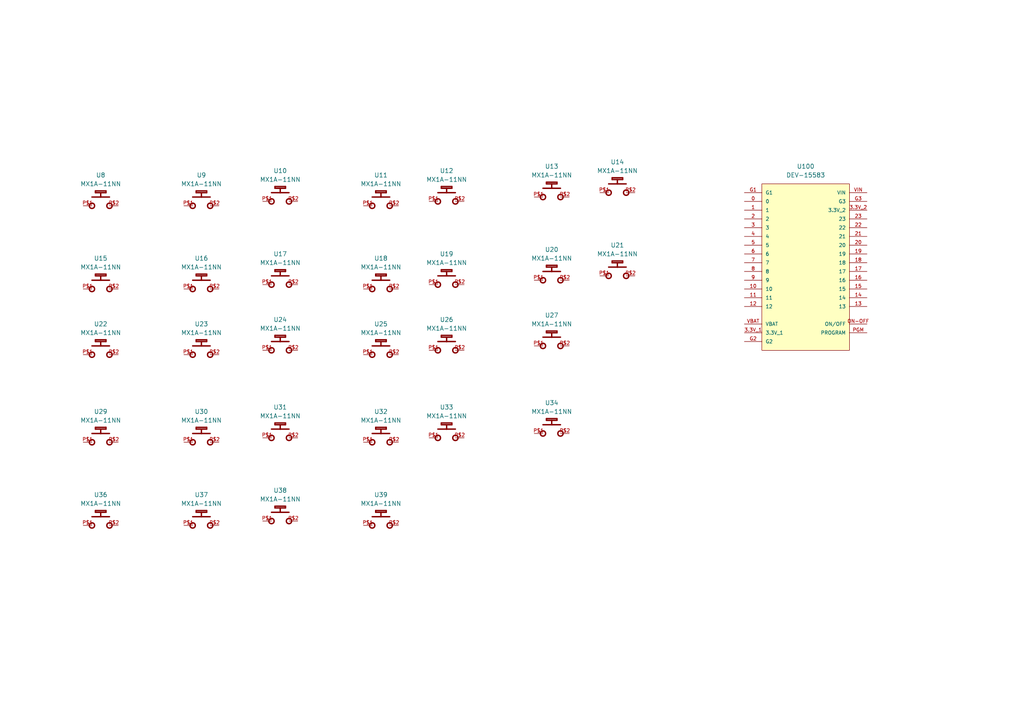
<source format=kicad_sch>
(kicad_sch (version 20231120) (generator "eeschema") (generator_version "8.0")
  (paper "A4")
  (lib_symbols
    (symbol "pedrolib:DEV-15583" (pin_names (offset 1.016))
      (property "Reference" "U" (at -12.7 23.622 0))
      (property "Value" "DEV-15583" (at -12.7 -27.94 0))
      (symbol "DEV-15583_0_0"
        (rectangle (start -12.7 -25.4) (end 12.7 22.86) (stroke (width 0.1524)) (fill (type background)))
        (pin bidirectional line (at -17.78 17.78 0) (length 5.08) (name "0") (number "0"))
        (pin bidirectional line (at -17.78 15.24 0) (length 5.08) (name "1") (number "1"))
        (pin bidirectional line (at -17.78 -7.62 0) (length 5.08) (name "10") (number "10"))
        (pin bidirectional line (at -17.78 -10.16 0) (length 5.08) (name "11") (number "11"))
        (pin bidirectional line (at -17.78 -12.7 0) (length 5.08) (name "12") (number "12"))
        (pin bidirectional line (at 17.78 -12.7 180) (length 5.08) (name "13") (number "13"))
        (pin bidirectional line (at 17.78 -10.16 180) (length 5.08) (name "14") (number "14"))
        (pin bidirectional line (at 17.78 -7.62 180) (length 5.08) (name "15") (number "15"))
        (pin bidirectional line (at 17.78 -5.08 180) (length 5.08) (name "16") (number "16"))
        (pin bidirectional line (at 17.78 -2.54 180) (length 5.08) (name "17") (number "17"))
        (pin bidirectional line (at 17.78 0 180) (length 5.08) (name "18") (number "18"))
        (pin bidirectional line (at 17.78 2.54 180) (length 5.08) (name "19") (number "19"))
        (pin bidirectional line (at -17.78 12.7 0) (length 5.08) (name "2") (number "2"))
        (pin bidirectional line (at 17.78 5.08 180) (length 5.08) (name "20") (number "20"))
        (pin bidirectional line (at 17.78 7.62 180) (length 5.08) (name "21") (number "21"))
        (pin bidirectional line (at 17.78 10.16 180) (length 5.08) (name "22") (number "22"))
        (pin bidirectional line (at 17.78 12.7 180) (length 5.08) (name "23") (number "23"))
        (pin bidirectional line (at -17.78 10.16 0) (length 5.08) (name "3") (number "3"))
        (pin power_in line (at -17.78 -20.32 0) (length 5.08) (name "3.3V_1") (number "3.3V_1"))
        (pin power_in line (at 17.78 15.24 180) (length 5.08) (name "3.3V_2") (number "3.3V_2"))
        (pin bidirectional line (at -17.78 7.62 0) (length 5.08) (name "4") (number "4"))
        (pin bidirectional line (at -17.78 5.08 0) (length 5.08) (name "5") (number "5"))
        (pin bidirectional line (at -17.78 2.54 0) (length 5.08) (name "6") (number "6"))
        (pin bidirectional line (at -17.78 0 0) (length 5.08) (name "7") (number "7"))
        (pin bidirectional line (at -17.78 -2.54 0) (length 5.08) (name "8") (number "8"))
        (pin bidirectional line (at -17.78 -5.08 0) (length 5.08) (name "9") (number "9"))
        (pin power_in line (at -17.78 20.32 0) (length 5.08) (name "G1") (number "G1"))
        (pin power_in line (at -17.78 -22.86 0) (length 5.08) (name "G2") (number "G2"))
        (pin power_in line (at 17.78 17.78 180) (length 5.08) (name "G3") (number "G3"))
        (pin bidirectional line (at 17.78 -17.78 180) (length 5.08) (name "ON/OFF") (number "ON-OFF"))
        (pin bidirectional line (at 17.78 -20.32 180) (length 5.08) (name "PROGRAM") (number "PGM"))
        (pin power_in line (at -17.78 -17.78 0) (length 5.08) (name "VBAT") (number "VBAT"))
        (pin power_in line (at 17.78 20.32 180) (length 5.08) (name "VIN") (number "VIN"))
      )
    )
    (symbol "pedrolib:MX1A-11NN" (pin_names (offset 1.016))
      (property "Reference" "U" (at -4.445 -3.81 0))
      (property "Value" "MX1A-11NN" (at 0 0 0))
      (symbol "MX1A-11NN_0_0"
        (circle (center -2.54 0) (radius 0.762) (stroke (width 0.4064)))
        (polyline (pts (xy -2.54 2.54) (xy 0 2.54)) (stroke (width 0.4064)))
        (polyline (pts (xy -1.524 3.81) (xy -1.524 4.318)) (stroke (width 0.4064)))
        (polyline (pts (xy -1.524 4.318) (xy 1.524 4.318)) (stroke (width 0.4064)))
        (polyline (pts (xy 0 2.54) (xy 0 3.81)) (stroke (width 0.4064)))
        (polyline (pts (xy 0 3.81) (xy -1.524 3.81)) (stroke (width 0.4064)))
        (polyline (pts (xy 1.524 3.81) (xy 0.254 3.81)) (stroke (width 0.4064)))
        (polyline (pts (xy 1.524 4.318) (xy 1.524 3.81)) (stroke (width 0.4064)))
        (polyline (pts (xy 2.54 2.54) (xy 0 2.54)) (stroke (width 0.4064)))
        (circle (center 2.54 0) (radius 0.762) (stroke (width 0.4064)))
        (pin passive line (at -5.08 0 0) (length 2.54) (name "~") (number "P$1"))
        (pin passive line (at 5.08 0 180) (length 2.54) (name "~") (number "P$2"))
      )
    )
  )
  (symbol (lib_id "pedrolib:MX1A-11NN") (at 160.02 100.33 0) (unit 1)
    (property "Reference" "U27" (at 160.02 91.44 0))
    (property "Value" "MX1A-11NN" (at 160.02 93.98 0))
    (property "Footprint" "pedrolib:CHERRY_MX1A-11NN_SWITCH" (effects (hide yes)))
    (property "MF" "Cherry" (effects (hide yes)))
    (property "Description_1" "\nSwitch,Key,SPST-NO,Keyboard,Low Profile,10mA,12VDC,Face Place Mount,Std Force | Cherry Americas MX1A-11NN\n" (effects (hide yes)))
    (property "Package" "None" (effects (hide yes)))
    (property "Price" "None" (effects (hide yes)))
    (property "SnapEDA_Link" "https://www.snapeda.com/parts/MX1A-11NN/Cherry/view-part/?ref=snap" (effects (hide yes)))
    (property "MP" "MX1A-11NN" (effects (hide yes)))
    (property "Purchase-URL" "https://www.snapeda.com/api/url_track_click_mouser/?unipart_id=283337&manufacturer=Cherry&part_name=MX1A-11NN&search_term=cherry mx" (effects (hide yes)))
    (property "Availability" "In Stock" (effects (hide yes)))
    (property "Check_prices" "https://www.snapeda.com/parts/MX1A-11NN/Cherry/view-part/?ref=eda" (effects (hide yes)))
  )
  (symbol (lib_id "pedrolib:MX1A-11NN") (at 110.49 83.82 0) (unit 1)
    (property "Reference" "U18" (at 110.49 74.93 0))
    (property "Value" "MX1A-11NN" (at 110.49 77.47 0))
    (property "Footprint" "pedrolib:CHERRY_MX1A-11NN_SWITCH" (effects (hide yes)))
    (property "MF" "Cherry" (effects (hide yes)))
    (property "Description_1" "\nSwitch,Key,SPST-NO,Keyboard,Low Profile,10mA,12VDC,Face Place Mount,Std Force | Cherry Americas MX1A-11NN\n" (effects (hide yes)))
    (property "Package" "None" (effects (hide yes)))
    (property "Price" "None" (effects (hide yes)))
    (property "SnapEDA_Link" "https://www.snapeda.com/parts/MX1A-11NN/Cherry/view-part/?ref=snap" (effects (hide yes)))
    (property "MP" "MX1A-11NN" (effects (hide yes)))
    (property "Purchase-URL" "https://www.snapeda.com/api/url_track_click_mouser/?unipart_id=283337&manufacturer=Cherry&part_name=MX1A-11NN&search_term=cherry mx" (effects (hide yes)))
    (property "Availability" "In Stock" (effects (hide yes)))
    (property "Check_prices" "https://www.snapeda.com/parts/MX1A-11NN/Cherry/view-part/?ref=eda" (effects (hide yes)))
  )
  (symbol (lib_id "pedrolib:MX1A-11NN") (at 81.28 151.13 0) (unit 1)
    (property "Reference" "U38" (at 81.28 142.24 0))
    (property "Value" "MX1A-11NN" (at 81.28 144.78 0))
    (property "Footprint" "pedrolib:CHERRY_MX1A-11NN_SWITCH" (effects (hide yes)))
    (property "MF" "Cherry" (effects (hide yes)))
    (property "Description_1" "\nSwitch,Key,SPST-NO,Keyboard,Low Profile,10mA,12VDC,Face Place Mount,Std Force | Cherry Americas MX1A-11NN\n" (effects (hide yes)))
    (property "Package" "None" (effects (hide yes)))
    (property "Price" "None" (effects (hide yes)))
    (property "SnapEDA_Link" "https://www.snapeda.com/parts/MX1A-11NN/Cherry/view-part/?ref=snap" (effects (hide yes)))
    (property "MP" "MX1A-11NN" (effects (hide yes)))
    (property "Purchase-URL" "https://www.snapeda.com/api/url_track_click_mouser/?unipart_id=283337&manufacturer=Cherry&part_name=MX1A-11NN&search_term=cherry mx" (effects (hide yes)))
    (property "Availability" "In Stock" (effects (hide yes)))
    (property "Check_prices" "https://www.snapeda.com/parts/MX1A-11NN/Cherry/view-part/?ref=eda" (effects (hide yes)))
  )
  (symbol (lib_id "pedrolib:MX1A-11NN") (at 29.21 128.27 0) (unit 1)
    (property "Reference" "U29" (at 29.21 119.38 0))
    (property "Value" "MX1A-11NN" (at 29.21 121.92 0))
    (property "Footprint" "pedrolib:CHERRY_MX1A-11NN_SWITCH" (effects (hide yes)))
    (property "MF" "Cherry" (effects (hide yes)))
    (property "Description_1" "\nSwitch,Key,SPST-NO,Keyboard,Low Profile,10mA,12VDC,Face Place Mount,Std Force | Cherry Americas MX1A-11NN\n" (effects (hide yes)))
    (property "Package" "None" (effects (hide yes)))
    (property "Price" "None" (effects (hide yes)))
    (property "SnapEDA_Link" "https://www.snapeda.com/parts/MX1A-11NN/Cherry/view-part/?ref=snap" (effects (hide yes)))
    (property "MP" "MX1A-11NN" (effects (hide yes)))
    (property "Purchase-URL" "https://www.snapeda.com/api/url_track_click_mouser/?unipart_id=283337&manufacturer=Cherry&part_name=MX1A-11NN&search_term=cherry mx" (effects (hide yes)))
    (property "Availability" "In Stock" (effects (hide yes)))
    (property "Check_prices" "https://www.snapeda.com/parts/MX1A-11NN/Cherry/view-part/?ref=eda" (effects (hide yes)))
  )
  (symbol (lib_id "pedrolib:MX1A-11NN") (at 58.42 128.27 0) (unit 1)
    (property "Reference" "U30" (at 58.42 119.38 0))
    (property "Value" "MX1A-11NN" (at 58.42 121.92 0))
    (property "Footprint" "pedrolib:CHERRY_MX1A-11NN_SWITCH" (effects (hide yes)))
    (property "MF" "Cherry" (effects (hide yes)))
    (property "Description_1" "\nSwitch,Key,SPST-NO,Keyboard,Low Profile,10mA,12VDC,Face Place Mount,Std Force | Cherry Americas MX1A-11NN\n" (effects (hide yes)))
    (property "Package" "None" (effects (hide yes)))
    (property "Price" "None" (effects (hide yes)))
    (property "SnapEDA_Link" "https://www.snapeda.com/parts/MX1A-11NN/Cherry/view-part/?ref=snap" (effects (hide yes)))
    (property "MP" "MX1A-11NN" (effects (hide yes)))
    (property "Purchase-URL" "https://www.snapeda.com/api/url_track_click_mouser/?unipart_id=283337&manufacturer=Cherry&part_name=MX1A-11NN&search_term=cherry mx" (effects (hide yes)))
    (property "Availability" "In Stock" (effects (hide yes)))
    (property "Check_prices" "https://www.snapeda.com/parts/MX1A-11NN/Cherry/view-part/?ref=eda" (effects (hide yes)))
  )
  (symbol (lib_id "pedrolib:MX1A-11NN") (at 160.02 57.15 0) (unit 1)
    (property "Reference" "U13" (at 160.02 48.26 0))
    (property "Value" "MX1A-11NN" (at 160.02 50.8 0))
    (property "Footprint" "pedrolib:CHERRY_MX1A-11NN_SWITCH" (effects (hide yes)))
    (property "MF" "Cherry" (effects (hide yes)))
    (property "Description_1" "\nSwitch,Key,SPST-NO,Keyboard,Low Profile,10mA,12VDC,Face Place Mount,Std Force | Cherry Americas MX1A-11NN\n" (effects (hide yes)))
    (property "Package" "None" (effects (hide yes)))
    (property "Price" "None" (effects (hide yes)))
    (property "SnapEDA_Link" "https://www.snapeda.com/parts/MX1A-11NN/Cherry/view-part/?ref=snap" (effects (hide yes)))
    (property "MP" "MX1A-11NN" (effects (hide yes)))
    (property "Purchase-URL" "https://www.snapeda.com/api/url_track_click_mouser/?unipart_id=283337&manufacturer=Cherry&part_name=MX1A-11NN&search_term=cherry mx" (effects (hide yes)))
    (property "Availability" "In Stock" (effects (hide yes)))
    (property "Check_prices" "https://www.snapeda.com/parts/MX1A-11NN/Cherry/view-part/?ref=eda" (effects (hide yes)))
  )
  (symbol (lib_id "pedrolib:MX1A-11NN") (at 58.42 102.87 0) (unit 1)
    (property "Reference" "U23" (at 58.42 93.98 0))
    (property "Value" "MX1A-11NN" (at 58.42 96.52 0))
    (property "Footprint" "pedrolib:CHERRY_MX1A-11NN_SWITCH" (effects (hide yes)))
    (property "MF" "Cherry" (effects (hide yes)))
    (property "Description_1" "\nSwitch,Key,SPST-NO,Keyboard,Low Profile,10mA,12VDC,Face Place Mount,Std Force | Cherry Americas MX1A-11NN\n" (effects (hide yes)))
    (property "Package" "None" (effects (hide yes)))
    (property "Price" "None" (effects (hide yes)))
    (property "SnapEDA_Link" "https://www.snapeda.com/parts/MX1A-11NN/Cherry/view-part/?ref=snap" (effects (hide yes)))
    (property "MP" "MX1A-11NN" (effects (hide yes)))
    (property "Purchase-URL" "https://www.snapeda.com/api/url_track_click_mouser/?unipart_id=283337&manufacturer=Cherry&part_name=MX1A-11NN&search_term=cherry mx" (effects (hide yes)))
    (property "Availability" "In Stock" (effects (hide yes)))
    (property "Check_prices" "https://www.snapeda.com/parts/MX1A-11NN/Cherry/view-part/?ref=eda" (effects (hide yes)))
  )
  (symbol (lib_id "pedrolib:MX1A-11NN") (at 179.07 55.88 0) (unit 1)
    (property "Reference" "U14" (at 179.07 46.99 0))
    (property "Value" "MX1A-11NN" (at 179.07 49.53 0))
    (property "Footprint" "pedrolib:CHERRY_MX1A-11NN_SWITCH" (effects (hide yes)))
    (property "MF" "Cherry" (effects (hide yes)))
    (property "Description_1" "\nSwitch,Key,SPST-NO,Keyboard,Low Profile,10mA,12VDC,Face Place Mount,Std Force | Cherry Americas MX1A-11NN\n" (effects (hide yes)))
    (property "Package" "None" (effects (hide yes)))
    (property "Price" "None" (effects (hide yes)))
    (property "SnapEDA_Link" "https://www.snapeda.com/parts/MX1A-11NN/Cherry/view-part/?ref=snap" (effects (hide yes)))
    (property "MP" "MX1A-11NN" (effects (hide yes)))
    (property "Purchase-URL" "https://www.snapeda.com/api/url_track_click_mouser/?unipart_id=283337&manufacturer=Cherry&part_name=MX1A-11NN&search_term=cherry mx" (effects (hide yes)))
    (property "Availability" "In Stock" (effects (hide yes)))
    (property "Check_prices" "https://www.snapeda.com/parts/MX1A-11NN/Cherry/view-part/?ref=eda" (effects (hide yes)))
  )
  (symbol (lib_id "pedrolib:MX1A-11NN") (at 160.02 81.28 0) (unit 1)
    (property "Reference" "U20" (at 160.02 72.39 0))
    (property "Value" "MX1A-11NN" (at 160.02 74.93 0))
    (property "Footprint" "pedrolib:CHERRY_MX1A-11NN_SWITCH" (effects (hide yes)))
    (property "MF" "Cherry" (effects (hide yes)))
    (property "Description_1" "\nSwitch,Key,SPST-NO,Keyboard,Low Profile,10mA,12VDC,Face Place Mount,Std Force | Cherry Americas MX1A-11NN\n" (effects (hide yes)))
    (property "Package" "None" (effects (hide yes)))
    (property "Price" "None" (effects (hide yes)))
    (property "SnapEDA_Link" "https://www.snapeda.com/parts/MX1A-11NN/Cherry/view-part/?ref=snap" (effects (hide yes)))
    (property "MP" "MX1A-11NN" (effects (hide yes)))
    (property "Purchase-URL" "https://www.snapeda.com/api/url_track_click_mouser/?unipart_id=283337&manufacturer=Cherry&part_name=MX1A-11NN&search_term=cherry mx" (effects (hide yes)))
    (property "Availability" "In Stock" (effects (hide yes)))
    (property "Check_prices" "https://www.snapeda.com/parts/MX1A-11NN/Cherry/view-part/?ref=eda" (effects (hide yes)))
  )
  (symbol (lib_id "pedrolib:MX1A-11NN") (at 29.21 59.69 0) (unit 1)
    (property "Reference" "U8" (at 29.21 50.8 0))
    (property "Value" "MX1A-11NN" (at 29.21 53.34 0))
    (property "Footprint" "pedrolib:CHERRY_MX1A-11NN_SWITCH" (effects (hide yes)))
    (property "MF" "Cherry" (effects (hide yes)))
    (property "Description_1" "\nSwitch,Key,SPST-NO,Keyboard,Low Profile,10mA,12VDC,Face Place Mount,Std Force | Cherry Americas MX1A-11NN\n" (effects (hide yes)))
    (property "Package" "None" (effects (hide yes)))
    (property "Price" "None" (effects (hide yes)))
    (property "SnapEDA_Link" "https://www.snapeda.com/parts/MX1A-11NN/Cherry/view-part/?ref=snap" (effects (hide yes)))
    (property "MP" "MX1A-11NN" (effects (hide yes)))
    (property "Purchase-URL" "https://www.snapeda.com/api/url_track_click_mouser/?unipart_id=283337&manufacturer=Cherry&part_name=MX1A-11NN&search_term=cherry mx" (effects (hide yes)))
    (property "Availability" "In Stock" (effects (hide yes)))
    (property "Check_prices" "https://www.snapeda.com/parts/MX1A-11NN/Cherry/view-part/?ref=eda" (effects (hide yes)))
  )
  (symbol (lib_id "pedrolib:MX1A-11NN") (at 29.21 102.87 0) (unit 1)
    (property "Reference" "U22" (at 29.21 93.98 0))
    (property "Value" "MX1A-11NN" (at 29.21 96.52 0))
    (property "Footprint" "pedrolib:CHERRY_MX1A-11NN_SWITCH" (effects (hide yes)))
    (property "MF" "Cherry" (effects (hide yes)))
    (property "Description_1" "\nSwitch,Key,SPST-NO,Keyboard,Low Profile,10mA,12VDC,Face Place Mount,Std Force | Cherry Americas MX1A-11NN\n" (effects (hide yes)))
    (property "Package" "None" (effects (hide yes)))
    (property "Price" "None" (effects (hide yes)))
    (property "SnapEDA_Link" "https://www.snapeda.com/parts/MX1A-11NN/Cherry/view-part/?ref=snap" (effects (hide yes)))
    (property "MP" "MX1A-11NN" (effects (hide yes)))
    (property "Purchase-URL" "https://www.snapeda.com/api/url_track_click_mouser/?unipart_id=283337&manufacturer=Cherry&part_name=MX1A-11NN&search_term=cherry mx" (effects (hide yes)))
    (property "Availability" "In Stock" (effects (hide yes)))
    (property "Check_prices" "https://www.snapeda.com/parts/MX1A-11NN/Cherry/view-part/?ref=eda" (effects (hide yes)))
  )
  (symbol (lib_id "pedrolib:MX1A-11NN") (at 129.54 127 0) (unit 1)
    (property "Reference" "U33" (at 129.54 118.11 0))
    (property "Value" "MX1A-11NN" (at 129.54 120.65 0))
    (property "Footprint" "pedrolib:CHERRY_MX1A-11NN_SWITCH" (effects (hide yes)))
    (property "MF" "Cherry" (effects (hide yes)))
    (property "Description_1" "\nSwitch,Key,SPST-NO,Keyboard,Low Profile,10mA,12VDC,Face Place Mount,Std Force | Cherry Americas MX1A-11NN\n" (effects (hide yes)))
    (property "Package" "None" (effects (hide yes)))
    (property "Price" "None" (effects (hide yes)))
    (property "SnapEDA_Link" "https://www.snapeda.com/parts/MX1A-11NN/Cherry/view-part/?ref=snap" (effects (hide yes)))
    (property "MP" "MX1A-11NN" (effects (hide yes)))
    (property "Purchase-URL" "https://www.snapeda.com/api/url_track_click_mouser/?unipart_id=283337&manufacturer=Cherry&part_name=MX1A-11NN&search_term=cherry mx" (effects (hide yes)))
    (property "Availability" "In Stock" (effects (hide yes)))
    (property "Check_prices" "https://www.snapeda.com/parts/MX1A-11NN/Cherry/view-part/?ref=eda" (effects (hide yes)))
  )
  (symbol (lib_id "pedrolib:MX1A-11NN") (at 81.28 82.55 0) (unit 1)
    (property "Reference" "U17" (at 81.28 73.66 0))
    (property "Value" "MX1A-11NN" (at 81.28 76.2 0))
    (property "Footprint" "pedrolib:CHERRY_MX1A-11NN_SWITCH" (effects (hide yes)))
    (property "MF" "Cherry" (effects (hide yes)))
    (property "Description_1" "\nSwitch,Key,SPST-NO,Keyboard,Low Profile,10mA,12VDC,Face Place Mount,Std Force | Cherry Americas MX1A-11NN\n" (effects (hide yes)))
    (property "Package" "None" (effects (hide yes)))
    (property "Price" "None" (effects (hide yes)))
    (property "SnapEDA_Link" "https://www.snapeda.com/parts/MX1A-11NN/Cherry/view-part/?ref=snap" (effects (hide yes)))
    (property "MP" "MX1A-11NN" (effects (hide yes)))
    (property "Purchase-URL" "https://www.snapeda.com/api/url_track_click_mouser/?unipart_id=283337&manufacturer=Cherry&part_name=MX1A-11NN&search_term=cherry mx" (effects (hide yes)))
    (property "Availability" "In Stock" (effects (hide yes)))
    (property "Check_prices" "https://www.snapeda.com/parts/MX1A-11NN/Cherry/view-part/?ref=eda" (effects (hide yes)))
  )
  (symbol (lib_id "pedrolib:MX1A-11NN") (at 129.54 82.55 0) (unit 1)
    (property "Reference" "U19" (at 129.54 73.66 0))
    (property "Value" "MX1A-11NN" (at 129.54 76.2 0))
    (property "Footprint" "pedrolib:CHERRY_MX1A-11NN_SWITCH" (effects (hide yes)))
    (property "MF" "Cherry" (effects (hide yes)))
    (property "Description_1" "\nSwitch,Key,SPST-NO,Keyboard,Low Profile,10mA,12VDC,Face Place Mount,Std Force | Cherry Americas MX1A-11NN\n" (effects (hide yes)))
    (property "Package" "None" (effects (hide yes)))
    (property "Price" "None" (effects (hide yes)))
    (property "SnapEDA_Link" "https://www.snapeda.com/parts/MX1A-11NN/Cherry/view-part/?ref=snap" (effects (hide yes)))
    (property "MP" "MX1A-11NN" (effects (hide yes)))
    (property "Purchase-URL" "https://www.snapeda.com/api/url_track_click_mouser/?unipart_id=283337&manufacturer=Cherry&part_name=MX1A-11NN&search_term=cherry mx" (effects (hide yes)))
    (property "Availability" "In Stock" (effects (hide yes)))
    (property "Check_prices" "https://www.snapeda.com/parts/MX1A-11NN/Cherry/view-part/?ref=eda" (effects (hide yes)))
  )
  (symbol (lib_id "pedrolib:MX1A-11NN") (at 29.21 152.4 0) (unit 1)
    (property "Reference" "U36" (at 29.21 143.51 0))
    (property "Value" "MX1A-11NN" (at 29.21 146.05 0))
    (property "Footprint" "pedrolib:CHERRY_MX1A-11NN_SWITCH" (effects (hide yes)))
    (property "MF" "Cherry" (effects (hide yes)))
    (property "Description_1" "\nSwitch,Key,SPST-NO,Keyboard,Low Profile,10mA,12VDC,Face Place Mount,Std Force | Cherry Americas MX1A-11NN\n" (effects (hide yes)))
    (property "Package" "None" (effects (hide yes)))
    (property "Price" "None" (effects (hide yes)))
    (property "SnapEDA_Link" "https://www.snapeda.com/parts/MX1A-11NN/Cherry/view-part/?ref=snap" (effects (hide yes)))
    (property "MP" "MX1A-11NN" (effects (hide yes)))
    (property "Purchase-URL" "https://www.snapeda.com/api/url_track_click_mouser/?unipart_id=283337&manufacturer=Cherry&part_name=MX1A-11NN&search_term=cherry mx" (effects (hide yes)))
    (property "Availability" "In Stock" (effects (hide yes)))
    (property "Check_prices" "https://www.snapeda.com/parts/MX1A-11NN/Cherry/view-part/?ref=eda" (effects (hide yes)))
  )
  (symbol (lib_id "pedrolib:MX1A-11NN") (at 160.02 125.73 0) (unit 1)
    (property "Reference" "U34" (at 160.02 116.84 0))
    (property "Value" "MX1A-11NN" (at 160.02 119.38 0))
    (property "Footprint" "pedrolib:CHERRY_MX1A-11NN_SWITCH" (effects (hide yes)))
    (property "MF" "Cherry" (effects (hide yes)))
    (property "Description_1" "\nSwitch,Key,SPST-NO,Keyboard,Low Profile,10mA,12VDC,Face Place Mount,Std Force | Cherry Americas MX1A-11NN\n" (effects (hide yes)))
    (property "Package" "None" (effects (hide yes)))
    (property "Price" "None" (effects (hide yes)))
    (property "SnapEDA_Link" "https://www.snapeda.com/parts/MX1A-11NN/Cherry/view-part/?ref=snap" (effects (hide yes)))
    (property "MP" "MX1A-11NN" (effects (hide yes)))
    (property "Purchase-URL" "https://www.snapeda.com/api/url_track_click_mouser/?unipart_id=283337&manufacturer=Cherry&part_name=MX1A-11NN&search_term=cherry mx" (effects (hide yes)))
    (property "Availability" "In Stock" (effects (hide yes)))
    (property "Check_prices" "https://www.snapeda.com/parts/MX1A-11NN/Cherry/view-part/?ref=eda" (effects (hide yes)))
  )
  (symbol (lib_id "pedrolib:MX1A-11NN") (at 29.21 83.82 0) (unit 1)
    (property "Reference" "U15" (at 29.21 74.93 0))
    (property "Value" "MX1A-11NN" (at 29.21 77.47 0))
    (property "Footprint" "pedrolib:CHERRY_MX1A-11NN_SWITCH" (effects (hide yes)))
    (property "MF" "Cherry" (effects (hide yes)))
    (property "Description_1" "\nSwitch,Key,SPST-NO,Keyboard,Low Profile,10mA,12VDC,Face Place Mount,Std Force | Cherry Americas MX1A-11NN\n" (effects (hide yes)))
    (property "Package" "None" (effects (hide yes)))
    (property "Price" "None" (effects (hide yes)))
    (property "SnapEDA_Link" "https://www.snapeda.com/parts/MX1A-11NN/Cherry/view-part/?ref=snap" (effects (hide yes)))
    (property "MP" "MX1A-11NN" (effects (hide yes)))
    (property "Purchase-URL" "https://www.snapeda.com/api/url_track_click_mouser/?unipart_id=283337&manufacturer=Cherry&part_name=MX1A-11NN&search_term=cherry mx" (effects (hide yes)))
    (property "Availability" "In Stock" (effects (hide yes)))
    (property "Check_prices" "https://www.snapeda.com/parts/MX1A-11NN/Cherry/view-part/?ref=eda" (effects (hide yes)))
  )
  (symbol (lib_id "pedrolib:MX1A-11NN") (at 58.42 59.69 0) (unit 1)
    (property "Reference" "U9" (at 58.42 50.8 0))
    (property "Value" "MX1A-11NN" (at 58.42 53.34 0))
    (property "Footprint" "pedrolib:CHERRY_MX1A-11NN_SWITCH" (effects (hide yes)))
    (property "MF" "Cherry" (effects (hide yes)))
    (property "Description_1" "\nSwitch,Key,SPST-NO,Keyboard,Low Profile,10mA,12VDC,Face Place Mount,Std Force | Cherry Americas MX1A-11NN\n" (effects (hide yes)))
    (property "Package" "None" (effects (hide yes)))
    (property "Price" "None" (effects (hide yes)))
    (property "SnapEDA_Link" "https://www.snapeda.com/parts/MX1A-11NN/Cherry/view-part/?ref=snap" (effects (hide yes)))
    (property "MP" "MX1A-11NN" (effects (hide yes)))
    (property "Purchase-URL" "https://www.snapeda.com/api/url_track_click_mouser/?unipart_id=283337&manufacturer=Cherry&part_name=MX1A-11NN&search_term=cherry mx" (effects (hide yes)))
    (property "Availability" "In Stock" (effects (hide yes)))
    (property "Check_prices" "https://www.snapeda.com/parts/MX1A-11NN/Cherry/view-part/?ref=eda" (effects (hide yes)))
  )
  (symbol (lib_id "pedrolib:MX1A-11NN") (at 81.28 101.6 0) (unit 1)
    (property "Reference" "U24" (at 81.28 92.71 0))
    (property "Value" "MX1A-11NN" (at 81.28 95.25 0))
    (property "Footprint" "pedrolib:CHERRY_MX1A-11NN_SWITCH" (effects (hide yes)))
    (property "MF" "Cherry" (effects (hide yes)))
    (property "Description_1" "\nSwitch,Key,SPST-NO,Keyboard,Low Profile,10mA,12VDC,Face Place Mount,Std Force | Cherry Americas MX1A-11NN\n" (effects (hide yes)))
    (property "Package" "None" (effects (hide yes)))
    (property "Price" "None" (effects (hide yes)))
    (property "SnapEDA_Link" "https://www.snapeda.com/parts/MX1A-11NN/Cherry/view-part/?ref=snap" (effects (hide yes)))
    (property "MP" "MX1A-11NN" (effects (hide yes)))
    (property "Purchase-URL" "https://www.snapeda.com/api/url_track_click_mouser/?unipart_id=283337&manufacturer=Cherry&part_name=MX1A-11NN&search_term=cherry mx" (effects (hide yes)))
    (property "Availability" "In Stock" (effects (hide yes)))
    (property "Check_prices" "https://www.snapeda.com/parts/MX1A-11NN/Cherry/view-part/?ref=eda" (effects (hide yes)))
  )
  (symbol (lib_id "pedrolib:MX1A-11NN") (at 110.49 102.87 0) (unit 1)
    (property "Reference" "U25" (at 110.49 93.98 0))
    (property "Value" "MX1A-11NN" (at 110.49 96.52 0))
    (property "Footprint" "pedrolib:CHERRY_MX1A-11NN_SWITCH" (effects (hide yes)))
    (property "MF" "Cherry" (effects (hide yes)))
    (property "Description_1" "\nSwitch,Key,SPST-NO,Keyboard,Low Profile,10mA,12VDC,Face Place Mount,Std Force | Cherry Americas MX1A-11NN\n" (effects (hide yes)))
    (property "Package" "None" (effects (hide yes)))
    (property "Price" "None" (effects (hide yes)))
    (property "SnapEDA_Link" "https://www.snapeda.com/parts/MX1A-11NN/Cherry/view-part/?ref=snap" (effects (hide yes)))
    (property "MP" "MX1A-11NN" (effects (hide yes)))
    (property "Purchase-URL" "https://www.snapeda.com/api/url_track_click_mouser/?unipart_id=283337&manufacturer=Cherry&part_name=MX1A-11NN&search_term=cherry mx" (effects (hide yes)))
    (property "Availability" "In Stock" (effects (hide yes)))
    (property "Check_prices" "https://www.snapeda.com/parts/MX1A-11NN/Cherry/view-part/?ref=eda" (effects (hide yes)))
  )
  (symbol (lib_id "pedrolib:MX1A-11NN") (at 58.42 152.4 0) (unit 1)
    (property "Reference" "U37" (at 58.42 143.51 0))
    (property "Value" "MX1A-11NN" (at 58.42 146.05 0))
    (property "Footprint" "pedrolib:CHERRY_MX1A-11NN_SWITCH" (effects (hide yes)))
    (property "MF" "Cherry" (effects (hide yes)))
    (property "Description_1" "\nSwitch,Key,SPST-NO,Keyboard,Low Profile,10mA,12VDC,Face Place Mount,Std Force | Cherry Americas MX1A-11NN\n" (effects (hide yes)))
    (property "Package" "None" (effects (hide yes)))
    (property "Price" "None" (effects (hide yes)))
    (property "SnapEDA_Link" "https://www.snapeda.com/parts/MX1A-11NN/Cherry/view-part/?ref=snap" (effects (hide yes)))
    (property "MP" "MX1A-11NN" (effects (hide yes)))
    (property "Purchase-URL" "https://www.snapeda.com/api/url_track_click_mouser/?unipart_id=283337&manufacturer=Cherry&part_name=MX1A-11NN&search_term=cherry mx" (effects (hide yes)))
    (property "Availability" "In Stock" (effects (hide yes)))
    (property "Check_prices" "https://www.snapeda.com/parts/MX1A-11NN/Cherry/view-part/?ref=eda" (effects (hide yes)))
  )
  (symbol (lib_id "pedrolib:MX1A-11NN") (at 110.49 128.27 0) (unit 1)
    (property "Reference" "U32" (at 110.49 119.38 0))
    (property "Value" "MX1A-11NN" (at 110.49 121.92 0))
    (property "Footprint" "pedrolib:CHERRY_MX1A-11NN_SWITCH" (effects (hide yes)))
    (property "MF" "Cherry" (effects (hide yes)))
    (property "Description_1" "\nSwitch,Key,SPST-NO,Keyboard,Low Profile,10mA,12VDC,Face Place Mount,Std Force | Cherry Americas MX1A-11NN\n" (effects (hide yes)))
    (property "Package" "None" (effects (hide yes)))
    (property "Price" "None" (effects (hide yes)))
    (property "SnapEDA_Link" "https://www.snapeda.com/parts/MX1A-11NN/Cherry/view-part/?ref=snap" (effects (hide yes)))
    (property "MP" "MX1A-11NN" (effects (hide yes)))
    (property "Purchase-URL" "https://www.snapeda.com/api/url_track_click_mouser/?unipart_id=283337&manufacturer=Cherry&part_name=MX1A-11NN&search_term=cherry mx" (effects (hide yes)))
    (property "Availability" "In Stock" (effects (hide yes)))
    (property "Check_prices" "https://www.snapeda.com/parts/MX1A-11NN/Cherry/view-part/?ref=eda" (effects (hide yes)))
  )
  (symbol (lib_id "pedrolib:MX1A-11NN") (at 129.54 101.6 0) (unit 1)
    (property "Reference" "U26" (at 129.54 92.71 0))
    (property "Value" "MX1A-11NN" (at 129.54 95.25 0))
    (property "Footprint" "pedrolib:CHERRY_MX1A-11NN_SWITCH" (effects (hide yes)))
    (property "MF" "Cherry" (effects (hide yes)))
    (property "Description_1" "\nSwitch,Key,SPST-NO,Keyboard,Low Profile,10mA,12VDC,Face Place Mount,Std Force | Cherry Americas MX1A-11NN\n" (effects (hide yes)))
    (property "Package" "None" (effects (hide yes)))
    (property "Price" "None" (effects (hide yes)))
    (property "SnapEDA_Link" "https://www.snapeda.com/parts/MX1A-11NN/Cherry/view-part/?ref=snap" (effects (hide yes)))
    (property "MP" "MX1A-11NN" (effects (hide yes)))
    (property "Purchase-URL" "https://www.snapeda.com/api/url_track_click_mouser/?unipart_id=283337&manufacturer=Cherry&part_name=MX1A-11NN&search_term=cherry mx" (effects (hide yes)))
    (property "Availability" "In Stock" (effects (hide yes)))
    (property "Check_prices" "https://www.snapeda.com/parts/MX1A-11NN/Cherry/view-part/?ref=eda" (effects (hide yes)))
  )
  (symbol (lib_id "pedrolib:MX1A-11NN") (at 58.42 83.82 0) (unit 1)
    (property "Reference" "U16" (at 58.42 74.93 0))
    (property "Value" "MX1A-11NN" (at 58.42 77.47 0))
    (property "Footprint" "pedrolib:CHERRY_MX1A-11NN_SWITCH" (effects (hide yes)))
    (property "MF" "Cherry" (effects (hide yes)))
    (property "Description_1" "\nSwitch,Key,SPST-NO,Keyboard,Low Profile,10mA,12VDC,Face Place Mount,Std Force | Cherry Americas MX1A-11NN\n" (effects (hide yes)))
    (property "Package" "None" (effects (hide yes)))
    (property "Price" "None" (effects (hide yes)))
    (property "SnapEDA_Link" "https://www.snapeda.com/parts/MX1A-11NN/Cherry/view-part/?ref=snap" (effects (hide yes)))
    (property "MP" "MX1A-11NN" (effects (hide yes)))
    (property "Purchase-URL" "https://www.snapeda.com/api/url_track_click_mouser/?unipart_id=283337&manufacturer=Cherry&part_name=MX1A-11NN&search_term=cherry mx" (effects (hide yes)))
    (property "Availability" "In Stock" (effects (hide yes)))
    (property "Check_prices" "https://www.snapeda.com/parts/MX1A-11NN/Cherry/view-part/?ref=eda" (effects (hide yes)))
  )
  (symbol (lib_id "pedrolib:MX1A-11NN") (at 110.49 59.69 0) (unit 1)
    (property "Reference" "U11" (at 110.49 50.8 0))
    (property "Value" "MX1A-11NN" (at 110.49 53.34 0))
    (property "Footprint" "pedrolib:CHERRY_MX1A-11NN_SWITCH" (effects (hide yes)))
    (property "MF" "Cherry" (effects (hide yes)))
    (property "Description_1" "\nSwitch,Key,SPST-NO,Keyboard,Low Profile,10mA,12VDC,Face Place Mount,Std Force | Cherry Americas MX1A-11NN\n" (effects (hide yes)))
    (property "Package" "None" (effects (hide yes)))
    (property "Price" "None" (effects (hide yes)))
    (property "SnapEDA_Link" "https://www.snapeda.com/parts/MX1A-11NN/Cherry/view-part/?ref=snap" (effects (hide yes)))
    (property "MP" "MX1A-11NN" (effects (hide yes)))
    (property "Purchase-URL" "https://www.snapeda.com/api/url_track_click_mouser/?unipart_id=283337&manufacturer=Cherry&part_name=MX1A-11NN&search_term=cherry mx" (effects (hide yes)))
    (property "Availability" "In Stock" (effects (hide yes)))
    (property "Check_prices" "https://www.snapeda.com/parts/MX1A-11NN/Cherry/view-part/?ref=eda" (effects (hide yes)))
  )
  (symbol (lib_id "pedrolib:MX1A-11NN") (at 179.07 80.01 0) (unit 1)
    (property "Reference" "U21" (at 179.07 71.12 0))
    (property "Value" "MX1A-11NN" (at 179.07 73.66 0))
    (property "Footprint" "pedrolib:CHERRY_MX1A-11NN_SWITCH" (effects (hide yes)))
    (property "MF" "Cherry" (effects (hide yes)))
    (property "Description_1" "\nSwitch,Key,SPST-NO,Keyboard,Low Profile,10mA,12VDC,Face Place Mount,Std Force | Cherry Americas MX1A-11NN\n" (effects (hide yes)))
    (property "Package" "None" (effects (hide yes)))
    (property "Price" "None" (effects (hide yes)))
    (property "SnapEDA_Link" "https://www.snapeda.com/parts/MX1A-11NN/Cherry/view-part/?ref=snap" (effects (hide yes)))
    (property "MP" "MX1A-11NN" (effects (hide yes)))
    (property "Purchase-URL" "https://www.snapeda.com/api/url_track_click_mouser/?unipart_id=283337&manufacturer=Cherry&part_name=MX1A-11NN&search_term=cherry mx" (effects (hide yes)))
    (property "Availability" "In Stock" (effects (hide yes)))
    (property "Check_prices" "https://www.snapeda.com/parts/MX1A-11NN/Cherry/view-part/?ref=eda" (effects (hide yes)))
  )
  (symbol (lib_id "pedrolib:MX1A-11NN") (at 81.28 127 0) (unit 1)
    (property "Reference" "U31" (at 81.28 118.11 0))
    (property "Value" "MX1A-11NN" (at 81.28 120.65 0))
    (property "Footprint" "pedrolib:CHERRY_MX1A-11NN_SWITCH" (effects (hide yes)))
    (property "MF" "Cherry" (effects (hide yes)))
    (property "Description_1" "\nSwitch,Key,SPST-NO,Keyboard,Low Profile,10mA,12VDC,Face Place Mount,Std Force | Cherry Americas MX1A-11NN\n" (effects (hide yes)))
    (property "Package" "None" (effects (hide yes)))
    (property "Price" "None" (effects (hide yes)))
    (property "SnapEDA_Link" "https://www.snapeda.com/parts/MX1A-11NN/Cherry/view-part/?ref=snap" (effects (hide yes)))
    (property "MP" "MX1A-11NN" (effects (hide yes)))
    (property "Purchase-URL" "https://www.snapeda.com/api/url_track_click_mouser/?unipart_id=283337&manufacturer=Cherry&part_name=MX1A-11NN&search_term=cherry mx" (effects (hide yes)))
    (property "Availability" "In Stock" (effects (hide yes)))
    (property "Check_prices" "https://www.snapeda.com/parts/MX1A-11NN/Cherry/view-part/?ref=eda" (effects (hide yes)))
  )
  (symbol (lib_id "pedrolib:MX1A-11NN") (at 81.28 58.42 0) (unit 1)
    (property "Reference" "U10" (at 81.28 49.53 0))
    (property "Value" "MX1A-11NN" (at 81.28 52.07 0))
    (property "Footprint" "pedrolib:CHERRY_MX1A-11NN_SWITCH" (effects (hide yes)))
    (property "MF" "Cherry" (effects (hide yes)))
    (property "Description_1" "\nSwitch,Key,SPST-NO,Keyboard,Low Profile,10mA,12VDC,Face Place Mount,Std Force | Cherry Americas MX1A-11NN\n" (effects (hide yes)))
    (property "Package" "None" (effects (hide yes)))
    (property "Price" "None" (effects (hide yes)))
    (property "SnapEDA_Link" "https://www.snapeda.com/parts/MX1A-11NN/Cherry/view-part/?ref=snap" (effects (hide yes)))
    (property "MP" "MX1A-11NN" (effects (hide yes)))
    (property "Purchase-URL" "https://www.snapeda.com/api/url_track_click_mouser/?unipart_id=283337&manufacturer=Cherry&part_name=MX1A-11NN&search_term=cherry mx" (effects (hide yes)))
    (property "Availability" "In Stock" (effects (hide yes)))
    (property "Check_prices" "https://www.snapeda.com/parts/MX1A-11NN/Cherry/view-part/?ref=eda" (effects (hide yes)))
  )
  (symbol (lib_id "pedrolib:MX1A-11NN") (at 110.49 152.4 0) (unit 1)
    (property "Reference" "U39" (at 110.49 143.51 0))
    (property "Value" "MX1A-11NN" (at 110.49 146.05 0))
    (property "Footprint" "pedrolib:CHERRY_MX1A-11NN_SWITCH" (effects (hide yes)))
    (property "MF" "Cherry" (effects (hide yes)))
    (property "Description_1" "\nSwitch,Key,SPST-NO,Keyboard,Low Profile,10mA,12VDC,Face Place Mount,Std Force | Cherry Americas MX1A-11NN\n" (effects (hide yes)))
    (property "Package" "None" (effects (hide yes)))
    (property "Price" "None" (effects (hide yes)))
    (property "SnapEDA_Link" "https://www.snapeda.com/parts/MX1A-11NN/Cherry/view-part/?ref=snap" (effects (hide yes)))
    (property "MP" "MX1A-11NN" (effects (hide yes)))
    (property "Purchase-URL" "https://www.snapeda.com/api/url_track_click_mouser/?unipart_id=283337&manufacturer=Cherry&part_name=MX1A-11NN&search_term=cherry mx" (effects (hide yes)))
    (property "Availability" "In Stock" (effects (hide yes)))
    (property "Check_prices" "https://www.snapeda.com/parts/MX1A-11NN/Cherry/view-part/?ref=eda" (effects (hide yes)))
  )
  (symbol (lib_id "pedrolib:MX1A-11NN") (at 129.54 58.42 0) (unit 1)
    (property "Reference" "U12" (at 129.54 49.53 0))
    (property "Value" "MX1A-11NN" (at 129.54 52.07 0))
    (property "Footprint" "pedrolib:CHERRY_MX1A-11NN_SWITCH" (effects (hide yes)))
    (property "MF" "Cherry" (effects (hide yes)))
    (property "Description_1" "\nSwitch,Key,SPST-NO,Keyboard,Low Profile,10mA,12VDC,Face Place Mount,Std Force | Cherry Americas MX1A-11NN\n" (effects (hide yes)))
    (property "Package" "None" (effects (hide yes)))
    (property "Price" "None" (effects (hide yes)))
    (property "SnapEDA_Link" "https://www.snapeda.com/parts/MX1A-11NN/Cherry/view-part/?ref=snap" (effects (hide yes)))
    (property "MP" "MX1A-11NN" (effects (hide yes)))
    (property "Purchase-URL" "https://www.snapeda.com/api/url_track_click_mouser/?unipart_id=283337&manufacturer=Cherry&part_name=MX1A-11NN&search_term=cherry mx" (effects (hide yes)))
    (property "Availability" "In Stock" (effects (hide yes)))
    (property "Check_prices" "https://www.snapeda.com/parts/MX1A-11NN/Cherry/view-part/?ref=eda" (effects (hide yes)))
  )
  (symbol (lib_id "pedrolib:DEV-15583") (at 233.68 76.2 0) (unit 1)
    (property "Reference" "U100" (at 233.68 48.26 0))
    (property "Value" "DEV-15583" (at 233.68 50.8 0))
    (property "Footprint" "pedrolib:MODULE_DEV-15583" (effects (hide yes)))
    (property "MF" "SparkFun Electronics" (effects (hide yes)))
    (property "MAXIMUM_PACKAGE_HEIGHT" "5.87mm" (effects (hide yes)))
    (property "Package" "None" (effects (hide yes)))
    (property "Price" "None" (effects (hide yes)))
    (property "Check_prices" "https://www.snapeda.com/parts/DEV-15583/SparkFun+Electronics/view-part/?ref=eda" (effects (hide yes)))
    (property "STANDARD" "Manufacturer Recommendations" (effects (hide yes)))
    (property "SnapEDA_Link" "https://www.snapeda.com/parts/DEV-15583/SparkFun+Electronics/view-part/?ref=snap" (effects (hide yes)))
    (property "MP" "DEV-15583" (effects (hide yes)))
    (property "Purchase-URL" "https://www.snapeda.com/api/url_track_click_mouser/?unipart_id=4001229&manufacturer=SparkFun Electronics&part_name=DEV-15583&search_term=teensy 4.0" (effects (hide yes)))
    (property "Description_1" "\nRT1062 Teensy 4.0 series ARM® Cortex®-M7 MPU Embedded Evaluation Board\n" (effects (hide yes)))
    (property "Availability" "In Stock" (effects (hide yes)))
    (property "MANUFACTURER" "Sparkfun" (effects (hide yes)))
  )
)
</source>
